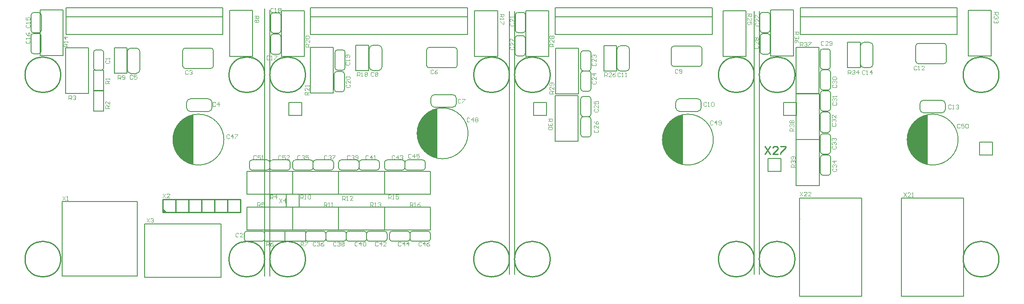
<source format=gbr>
%TF.GenerationSoftware,Altium Limited,Altium Designer,21.6.4 (81)*%
G04 Layer_Color=65535*
%FSLAX45Y45*%
%MOMM*%
%TF.SameCoordinates,E19561C2-E2DB-472D-B720-4EF24A879867*%
%TF.FilePolarity,Positive*%
%TF.FileFunction,Legend,Top*%
%TF.Part,Single*%
G01*
G75*
%TA.AperFunction,NonConductor*%
%ADD33C,0.25400*%
%ADD34C,0.20000*%
%ADD35C,0.10000*%
%ADD51C,0.15000*%
%ADD52C,0.20320*%
G36*
X2705100Y-3953980D02*
X2782100Y-4030980D01*
X2705100D01*
Y-3953980D01*
D02*
G37*
G36*
X3300000Y-2110000D02*
Y-3090000D01*
X3200000Y-3060000D01*
X3100000Y-3000000D01*
X3030000Y-2940000D01*
X2947138Y-2815717D01*
X2924847Y-2766669D01*
X2900000Y-2630000D01*
X2914668Y-2468666D01*
X2930912Y-2411814D01*
X2980000Y-2330000D01*
X3020000Y-2280000D01*
X3060000Y-2230000D01*
X3100000Y-2200000D01*
X3160000Y-2160000D01*
X3230000Y-2130000D01*
X3290000Y-2110000D01*
X3300000D01*
D02*
G37*
G36*
X8088960Y-1986500D02*
Y-2966500D01*
X7988960Y-2936500D01*
X7888960Y-2876500D01*
X7818960Y-2816500D01*
X7736098Y-2692217D01*
X7713807Y-2643169D01*
X7688960Y-2506500D01*
X7703627Y-2345166D01*
X7719872Y-2288314D01*
X7768960Y-2206500D01*
X7808960Y-2156500D01*
X7848960Y-2106500D01*
X7888960Y-2076500D01*
X7948960Y-2036500D01*
X8018960Y-2006500D01*
X8078960Y-1986500D01*
X8088960D01*
D02*
G37*
G36*
X12900000Y-2110000D02*
Y-3090000D01*
X12800000Y-3060000D01*
X12700000Y-3000000D01*
X12630000Y-2940000D01*
X12547138Y-2815717D01*
X12524846Y-2766669D01*
X12500000Y-2630000D01*
X12514667Y-2468666D01*
X12530912Y-2411814D01*
X12580000Y-2330000D01*
X12620000Y-2280000D01*
X12660000Y-2230000D01*
X12700000Y-2200000D01*
X12760000Y-2160000D01*
X12830000Y-2130000D01*
X12889999Y-2110000D01*
X12900000D01*
D02*
G37*
G36*
X17700000D02*
Y-3090000D01*
X17600000Y-3060000D01*
X17500000Y-3000000D01*
X17430000Y-2940000D01*
X17347137Y-2815717D01*
X17324846Y-2766669D01*
X17300000Y-2630000D01*
X17314667Y-2468666D01*
X17330911Y-2411814D01*
X17380000Y-2330000D01*
X17420000Y-2280000D01*
X17460001Y-2230000D01*
X17500000Y-2200000D01*
X17560001Y-2160000D01*
X17630000Y-2130000D01*
X17689999Y-2110000D01*
X17700000D01*
D02*
G37*
D33*
X19100000Y-1325000D02*
G03*
X19100000Y-1325000I-350000J0D01*
G01*
X15100000D02*
G03*
X15100000Y-1325000I-350000J0D01*
G01*
X14300000Y-1325000D02*
G03*
X14300000Y-1325000I-350000J0D01*
G01*
X10300000D02*
G03*
X10300000Y-1325000I-350000J0D01*
G01*
X9500000D02*
G03*
X9500000Y-1325000I-350000J0D01*
G01*
X5500000D02*
G03*
X5500000Y-1325000I-350000J0D01*
G01*
X4700000Y-1325000D02*
G03*
X4700000Y-1325000I-350000J0D01*
G01*
X19100000Y-4950000D02*
G03*
X19100000Y-4950000I-350000J0D01*
G01*
X4700000D02*
G03*
X4700000Y-4950000I-350000J0D01*
G01*
X15100000Y-4950000D02*
G03*
X15100000Y-4950000I-350000J0D01*
G01*
X5500000Y-4950000D02*
G03*
X5500000Y-4950000I-350000J0D01*
G01*
X9500000D02*
G03*
X9500000Y-4950000I-350000J0D01*
G01*
X700000D02*
G03*
X700000Y-4950000I-350000J0D01*
G01*
X14300000D02*
G03*
X14300000Y-4950000I-350000J0D01*
G01*
X10300000D02*
G03*
X10300000Y-4950000I-350000J0D01*
G01*
X700000Y-1325000D02*
G03*
X700000Y-1325000I-350000J0D01*
G01*
X4229100Y-4028980D02*
Y-3778980D01*
X3975100Y-4028980D02*
Y-3778980D01*
X3721100Y-4028980D02*
Y-3778980D01*
X3467100Y-4028980D02*
Y-3778980D01*
X3213100Y-4028980D02*
Y-3778980D01*
X2959100Y-4028980D02*
Y-3778980D01*
X2705100Y-3776980D02*
X4229100D01*
X2705100Y-4030980D02*
X4229098D01*
X2705100D02*
Y-3776980D01*
X14513335Y-2730479D02*
X14614902Y-2882830D01*
Y-2730479D02*
X14513335Y-2882830D01*
X14767253D02*
X14665685D01*
X14767253Y-2781263D01*
Y-2755871D01*
X14741861Y-2730479D01*
X14691077D01*
X14665685Y-2755871D01*
X14818036Y-2730479D02*
X14919603D01*
Y-2755871D01*
X14818036Y-2857438D01*
Y-2882830D01*
D34*
X13500000Y-2600000D02*
G03*
X13500000Y-2600000I-500000J0D01*
G01*
X18300000D02*
G03*
X18300000Y-2600000I-500000J0D01*
G01*
X8688960Y-2476500D02*
G03*
X8688960Y-2476500I-500000J0D01*
G01*
X3900000Y-2600000D02*
G03*
X3900000Y-2600000I-500000J0D01*
G01*
X14572993Y-2970000D02*
X14825993D01*
X14572993Y-3226741D02*
Y-2970000D01*
X14825993Y-3226741D02*
Y-2970000D01*
X14572993Y-3226741D02*
X14825993D01*
X14872993Y-1870000D02*
X15125993D01*
X14872993Y-2126741D02*
Y-1870000D01*
X15125993Y-2126741D02*
Y-1870000D01*
X14872993Y-2126741D02*
X15125993D01*
X18722993Y-2645000D02*
X18975993D01*
X18722993Y-2901741D02*
Y-2645000D01*
X18975993Y-2901741D02*
Y-2645000D01*
X18722993Y-2901741D02*
X18975993D01*
X9972993Y-1870000D02*
X10225993D01*
X9972993Y-2126741D02*
Y-1870000D01*
X10225993Y-2126741D02*
Y-1870000D01*
X9972993Y-2126741D02*
X10225993D01*
X5172993Y-1870000D02*
X5425993D01*
X5172993Y-2126741D02*
Y-1870000D01*
X5425993Y-2126741D02*
Y-1870000D01*
X5172993Y-2126741D02*
X5425993D01*
X2204868Y-5280000D02*
Y-3820000D01*
X729132D02*
X2204868Y-3820000D01*
X729132Y-5280000D02*
Y-3820000D01*
Y-5280000D02*
X2204868D01*
X18410001Y-5680000D02*
Y-3750000D01*
X17189999Y-3750000D02*
X18410001Y-3750000D01*
X17189999Y-3750000D02*
X17189999Y-5680000D01*
X18410001D01*
X16410001D02*
Y-3750000D01*
X15189999Y-3750000D02*
X16410001Y-3750000D01*
X15189999Y-3750000D02*
X15189999Y-5680000D01*
X16410001D01*
X5122993Y-3670000D02*
X5375993D01*
X5122993Y-3926741D02*
Y-3670000D01*
X5375993Y-3926741D02*
Y-3670000D01*
X5122993Y-3926741D02*
X5375993D01*
X14400000Y-5250000D02*
X14400000Y-75000D01*
X14300000Y-5250000D02*
X14300000Y-75000D01*
X9600000D02*
X9600000Y-5250000D01*
X9500000D02*
X9500000Y-75000D01*
X4800000Y-5277940D02*
X4800600Y-50800D01*
X4700001Y-5278120D02*
X4701540Y-20320D01*
X2347530Y-4254570D02*
X2802530D01*
X2347530Y-5304570D02*
X3847530D01*
X2347530D02*
Y-4254570D01*
X2802530D02*
X3847530D01*
Y-5304570D02*
Y-4254570D01*
D35*
X15187180Y-4148340D02*
X15194279Y-4155440D01*
X4808355Y-3764987D02*
Y-3685013D01*
X4848342D01*
X4861671Y-3698342D01*
Y-3725000D01*
X4848342Y-3738329D01*
X4808355D01*
X4835013D02*
X4861671Y-3764987D01*
X4928316D02*
Y-3685013D01*
X4888329Y-3725000D01*
X4941645D01*
X1655427Y-1501116D02*
X1575453D01*
Y-1461129D01*
X1588782Y-1447800D01*
X1615440D01*
X1628769Y-1461129D01*
Y-1501116D01*
Y-1474458D02*
X1655427Y-1447800D01*
Y-1421142D02*
Y-1394484D01*
Y-1407813D01*
X1575453D01*
X1588782Y-1421142D01*
X1591322Y-1046480D02*
X1577993Y-1059809D01*
Y-1086467D01*
X1591322Y-1099796D01*
X1644638D01*
X1657967Y-1086467D01*
Y-1059809D01*
X1644638Y-1046480D01*
X1657967Y-1019822D02*
Y-993164D01*
Y-1006493D01*
X1577993D01*
X1591322Y-1019822D01*
X5021684Y-2923342D02*
X5008355Y-2910013D01*
X4981697D01*
X4968368Y-2923342D01*
Y-2976658D01*
X4981697Y-2989987D01*
X5008355D01*
X5021684Y-2976658D01*
X5101658Y-2910013D02*
X5048342D01*
Y-2950000D01*
X5075000Y-2936671D01*
X5088329D01*
X5101658Y-2950000D01*
Y-2976658D01*
X5088329Y-2989987D01*
X5061671D01*
X5048342Y-2976658D01*
X5181632Y-2989987D02*
X5128316D01*
X5181632Y-2936671D01*
Y-2923342D01*
X5168303Y-2910013D01*
X5141645D01*
X5128316Y-2923342D01*
X4535013D02*
X4521684Y-2910013D01*
X4495026D01*
X4481697Y-2923342D01*
Y-2976658D01*
X4495026Y-2989987D01*
X4521684D01*
X4535013Y-2976658D01*
X4614987Y-2910013D02*
X4561671D01*
Y-2950000D01*
X4588329Y-2936671D01*
X4601658D01*
X4614987Y-2950000D01*
Y-2976658D01*
X4601658Y-2989987D01*
X4575000D01*
X4561671Y-2976658D01*
X4641645Y-2989987D02*
X4668303D01*
X4654974D01*
Y-2910013D01*
X4641645Y-2923342D01*
X18336284Y-2305062D02*
X18322955Y-2291733D01*
X18296297D01*
X18282968Y-2305062D01*
Y-2358378D01*
X18296297Y-2371707D01*
X18322955D01*
X18336284Y-2358378D01*
X18416258Y-2291733D02*
X18362943D01*
Y-2331720D01*
X18389600Y-2318391D01*
X18402930D01*
X18416258Y-2331720D01*
Y-2358378D01*
X18402930Y-2371707D01*
X18376271D01*
X18362943Y-2358378D01*
X18442915Y-2305062D02*
X18456245Y-2291733D01*
X18482903D01*
X18496233Y-2305062D01*
Y-2358378D01*
X18482903Y-2371707D01*
X18456245D01*
X18442915Y-2358378D01*
Y-2305062D01*
X13492784Y-2240602D02*
X13479456Y-2227273D01*
X13452797D01*
X13439468Y-2240602D01*
Y-2293918D01*
X13452797Y-2307247D01*
X13479456D01*
X13492784Y-2293918D01*
X13559428Y-2307247D02*
Y-2227273D01*
X13519443Y-2267260D01*
X13572758D01*
X13599416Y-2293918D02*
X13612746Y-2307247D01*
X13639403D01*
X13652731Y-2293918D01*
Y-2240602D01*
X13639403Y-2227273D01*
X13612746D01*
X13599416Y-2240602D01*
Y-2253931D01*
X13612746Y-2267260D01*
X13652731D01*
X8719844Y-2180602D02*
X8706515Y-2167273D01*
X8679857D01*
X8666528Y-2180602D01*
Y-2233918D01*
X8679857Y-2247247D01*
X8706515D01*
X8719844Y-2233918D01*
X8786489Y-2247247D02*
Y-2167273D01*
X8746502Y-2207260D01*
X8799818D01*
X8826476Y-2180602D02*
X8839805Y-2167273D01*
X8866463D01*
X8879792Y-2180602D01*
Y-2193931D01*
X8866463Y-2207260D01*
X8879792Y-2220589D01*
Y-2233918D01*
X8866463Y-2247247D01*
X8839805D01*
X8826476Y-2233918D01*
Y-2220589D01*
X8839805Y-2207260D01*
X8826476Y-2193931D01*
Y-2180602D01*
X8839805Y-2207260D02*
X8866463D01*
X4008144Y-2513342D02*
X3994815Y-2500013D01*
X3968157D01*
X3954828Y-2513342D01*
Y-2566658D01*
X3968157Y-2579987D01*
X3994815D01*
X4008144Y-2566658D01*
X4074789Y-2579987D02*
Y-2500013D01*
X4034802Y-2540000D01*
X4088118D01*
X4114776Y-2500013D02*
X4168092D01*
Y-2513342D01*
X4114776Y-2566658D01*
Y-2579987D01*
X7771684Y-4623342D02*
X7758355Y-4610013D01*
X7731697D01*
X7718368Y-4623342D01*
Y-4676658D01*
X7731697Y-4689987D01*
X7758355D01*
X7771684Y-4676658D01*
X7838329Y-4689987D02*
Y-4610013D01*
X7798342Y-4650000D01*
X7851658D01*
X7931632Y-4610013D02*
X7904974Y-4623342D01*
X7878316Y-4650000D01*
Y-4676658D01*
X7891645Y-4689987D01*
X7918303D01*
X7931632Y-4676658D01*
Y-4663329D01*
X7918303Y-4650000D01*
X7878316D01*
X7571684Y-2898342D02*
X7558355Y-2885013D01*
X7531697D01*
X7518368Y-2898342D01*
Y-2951658D01*
X7531697Y-2964987D01*
X7558355D01*
X7571684Y-2951658D01*
X7638329Y-2964987D02*
Y-2885013D01*
X7598342Y-2925000D01*
X7651658D01*
X7731632Y-2885013D02*
X7678316D01*
Y-2925000D01*
X7704974Y-2911671D01*
X7718303D01*
X7731632Y-2925000D01*
Y-2951658D01*
X7718303Y-2964987D01*
X7691645D01*
X7678316Y-2951658D01*
X7371684Y-4623342D02*
X7358355Y-4610013D01*
X7331697D01*
X7318368Y-4623342D01*
Y-4676658D01*
X7331697Y-4689987D01*
X7358355D01*
X7371684Y-4676658D01*
X7438329Y-4689987D02*
Y-4610013D01*
X7398342Y-4650000D01*
X7451658D01*
X7518303Y-4689987D02*
Y-4610013D01*
X7478316Y-4650000D01*
X7531632D01*
X7246684Y-2923342D02*
X7233355Y-2910013D01*
X7206697D01*
X7193368Y-2923342D01*
Y-2976658D01*
X7206697Y-2989987D01*
X7233355D01*
X7246684Y-2976658D01*
X7313329Y-2989987D02*
Y-2910013D01*
X7273342Y-2950000D01*
X7326658D01*
X7353316Y-2923342D02*
X7366645Y-2910013D01*
X7393303D01*
X7406632Y-2923342D01*
Y-2936671D01*
X7393303Y-2950000D01*
X7379974D01*
X7393303D01*
X7406632Y-2963329D01*
Y-2976658D01*
X7393303Y-2989987D01*
X7366645D01*
X7353316Y-2976658D01*
X6921684Y-4623342D02*
X6908355Y-4610013D01*
X6881697D01*
X6868368Y-4623342D01*
Y-4676658D01*
X6881697Y-4689987D01*
X6908355D01*
X6921684Y-4676658D01*
X6988329Y-4689987D02*
Y-4610013D01*
X6948342Y-4650000D01*
X7001658D01*
X7081632Y-4689987D02*
X7028316D01*
X7081632Y-4636671D01*
Y-4623342D01*
X7068303Y-4610013D01*
X7041645D01*
X7028316Y-4623342D01*
X6735013Y-2923342D02*
X6721684Y-2910013D01*
X6695026D01*
X6681697Y-2923342D01*
Y-2976658D01*
X6695026Y-2989987D01*
X6721684D01*
X6735013Y-2976658D01*
X6801658Y-2989987D02*
Y-2910013D01*
X6761671Y-2950000D01*
X6814987D01*
X6841645Y-2989987D02*
X6868303D01*
X6854974D01*
Y-2910013D01*
X6841645Y-2923342D01*
X6521684Y-4623342D02*
X6508355Y-4610013D01*
X6481697D01*
X6468368Y-4623342D01*
Y-4676658D01*
X6481697Y-4689987D01*
X6508355D01*
X6521684Y-4676658D01*
X6588329Y-4689987D02*
Y-4610013D01*
X6548342Y-4650000D01*
X6601658D01*
X6628316Y-4623342D02*
X6641645Y-4610013D01*
X6668303D01*
X6681632Y-4623342D01*
Y-4676658D01*
X6668303Y-4689987D01*
X6641645D01*
X6628316Y-4676658D01*
Y-4623342D01*
X6371683Y-2923342D02*
X6358355Y-2910013D01*
X6331697D01*
X6318367Y-2923342D01*
Y-2976658D01*
X6331697Y-2989987D01*
X6358355D01*
X6371683Y-2976658D01*
X6398342Y-2923342D02*
X6411671Y-2910013D01*
X6438329D01*
X6451658Y-2923342D01*
Y-2936671D01*
X6438329Y-2950000D01*
X6425000D01*
X6438329D01*
X6451658Y-2963329D01*
Y-2976658D01*
X6438329Y-2989987D01*
X6411671D01*
X6398342Y-2976658D01*
X6478316D02*
X6491645Y-2989987D01*
X6518303D01*
X6531632Y-2976658D01*
Y-2923342D01*
X6518303Y-2910013D01*
X6491645D01*
X6478316Y-2923342D01*
Y-2936671D01*
X6491645Y-2950000D01*
X6531632D01*
X6096684Y-4623342D02*
X6083355Y-4610013D01*
X6056697D01*
X6043368Y-4623342D01*
Y-4676658D01*
X6056697Y-4689987D01*
X6083355D01*
X6096684Y-4676658D01*
X6123342Y-4623342D02*
X6136671Y-4610013D01*
X6163329D01*
X6176658Y-4623342D01*
Y-4636671D01*
X6163329Y-4650000D01*
X6150000D01*
X6163329D01*
X6176658Y-4663329D01*
Y-4676658D01*
X6163329Y-4689987D01*
X6136671D01*
X6123342Y-4676658D01*
X6203316Y-4623342D02*
X6216645Y-4610013D01*
X6243303D01*
X6256632Y-4623342D01*
Y-4636671D01*
X6243303Y-4650000D01*
X6256632Y-4663329D01*
Y-4676658D01*
X6243303Y-4689987D01*
X6216645D01*
X6203316Y-4676658D01*
Y-4663329D01*
X6216645Y-4650000D01*
X6203316Y-4636671D01*
Y-4623342D01*
X6216645Y-4650000D02*
X6243303D01*
X5921684Y-2923342D02*
X5908355Y-2910013D01*
X5881697D01*
X5868368Y-2923342D01*
Y-2976658D01*
X5881697Y-2989987D01*
X5908355D01*
X5921684Y-2976658D01*
X5948342Y-2923342D02*
X5961671Y-2910013D01*
X5988329D01*
X6001658Y-2923342D01*
Y-2936671D01*
X5988329Y-2950000D01*
X5975000D01*
X5988329D01*
X6001658Y-2963329D01*
Y-2976658D01*
X5988329Y-2989987D01*
X5961671D01*
X5948342Y-2976658D01*
X6028316Y-2910013D02*
X6081632D01*
Y-2923342D01*
X6028316Y-2976658D01*
Y-2989987D01*
X5696684Y-4623342D02*
X5683355Y-4610013D01*
X5656697D01*
X5643368Y-4623342D01*
Y-4676658D01*
X5656697Y-4689987D01*
X5683355D01*
X5696684Y-4676658D01*
X5723342Y-4623342D02*
X5736671Y-4610013D01*
X5763329D01*
X5776658Y-4623342D01*
Y-4636671D01*
X5763329Y-4650000D01*
X5750000D01*
X5763329D01*
X5776658Y-4663329D01*
Y-4676658D01*
X5763329Y-4689987D01*
X5736671D01*
X5723342Y-4676658D01*
X5856632Y-4610013D02*
X5829974Y-4623342D01*
X5803316Y-4650000D01*
Y-4676658D01*
X5816645Y-4689987D01*
X5843303D01*
X5856632Y-4676658D01*
Y-4663329D01*
X5843303Y-4650000D01*
X5803316D01*
X5396684Y-2923342D02*
X5383355Y-2910013D01*
X5356697D01*
X5343368Y-2923342D01*
Y-2976658D01*
X5356697Y-2989987D01*
X5383355D01*
X5396684Y-2976658D01*
X5423342Y-2923342D02*
X5436671Y-2910013D01*
X5463329D01*
X5476658Y-2923342D01*
Y-2936671D01*
X5463329Y-2950000D01*
X5450000D01*
X5463329D01*
X5476658Y-2963329D01*
Y-2976658D01*
X5463329Y-2989987D01*
X5436671D01*
X5423342Y-2976658D01*
X5556632Y-2910013D02*
X5503316D01*
Y-2950000D01*
X5529974Y-2936671D01*
X5543303D01*
X5556632Y-2950000D01*
Y-2976658D01*
X5543303Y-2989987D01*
X5516645D01*
X5503316Y-2976658D01*
X15848341Y-3169896D02*
X15835013Y-3183225D01*
Y-3209883D01*
X15848341Y-3223212D01*
X15901659D01*
X15914987Y-3209883D01*
Y-3183225D01*
X15901659Y-3169896D01*
X15848341Y-3143238D02*
X15835013Y-3129909D01*
Y-3103251D01*
X15848341Y-3089922D01*
X15861671D01*
X15875000Y-3103251D01*
Y-3116580D01*
Y-3103251D01*
X15888329Y-3089922D01*
X15901659D01*
X15914987Y-3103251D01*
Y-3129909D01*
X15901659Y-3143238D01*
X15914987Y-3023277D02*
X15835013D01*
X15875000Y-3063264D01*
Y-3009948D01*
X15838182Y-2730476D02*
X15824854Y-2743805D01*
Y-2770463D01*
X15838182Y-2783792D01*
X15891498D01*
X15904826Y-2770463D01*
Y-2743805D01*
X15891498Y-2730476D01*
X15838182Y-2703818D02*
X15824854Y-2690489D01*
Y-2663831D01*
X15838182Y-2650502D01*
X15851511D01*
X15864841Y-2663831D01*
Y-2677160D01*
Y-2663831D01*
X15878169Y-2650502D01*
X15891498D01*
X15904826Y-2663831D01*
Y-2690489D01*
X15891498Y-2703818D01*
X15838182Y-2623844D02*
X15824854Y-2610515D01*
Y-2583857D01*
X15838182Y-2570528D01*
X15851511D01*
X15864841Y-2583857D01*
Y-2597186D01*
Y-2583857D01*
X15878169Y-2570528D01*
X15891498D01*
X15904826Y-2583857D01*
Y-2610515D01*
X15891498Y-2623844D01*
X15835641Y-2278356D02*
X15822313Y-2291685D01*
Y-2318343D01*
X15835641Y-2331672D01*
X15888959D01*
X15902287Y-2318343D01*
Y-2291685D01*
X15888959Y-2278356D01*
X15835641Y-2251698D02*
X15822313Y-2238369D01*
Y-2211711D01*
X15835641Y-2198382D01*
X15848972D01*
X15862300Y-2211711D01*
Y-2225040D01*
Y-2211711D01*
X15875629Y-2198382D01*
X15888959D01*
X15902287Y-2211711D01*
Y-2238369D01*
X15888959Y-2251698D01*
X15902287Y-2118408D02*
Y-2171724D01*
X15848972Y-2118408D01*
X15835641D01*
X15822313Y-2131737D01*
Y-2158395D01*
X15835641Y-2171724D01*
X15848341Y-1868787D02*
X15835013Y-1882116D01*
Y-1908774D01*
X15848341Y-1922103D01*
X15901659D01*
X15914987Y-1908774D01*
Y-1882116D01*
X15901659Y-1868787D01*
X15848341Y-1842129D02*
X15835013Y-1828800D01*
Y-1802142D01*
X15848341Y-1788813D01*
X15861671D01*
X15875000Y-1802142D01*
Y-1815471D01*
Y-1802142D01*
X15888329Y-1788813D01*
X15901659D01*
X15914987Y-1802142D01*
Y-1828800D01*
X15901659Y-1842129D01*
X15914987Y-1762155D02*
Y-1735497D01*
Y-1748826D01*
X15835013D01*
X15848341Y-1762155D01*
Y-1521436D02*
X15835013Y-1534765D01*
Y-1561423D01*
X15848341Y-1574752D01*
X15901659D01*
X15914987Y-1561423D01*
Y-1534765D01*
X15901659Y-1521436D01*
X15848341Y-1494778D02*
X15835013Y-1481449D01*
Y-1454791D01*
X15848341Y-1441462D01*
X15861671D01*
X15875000Y-1454791D01*
Y-1468120D01*
Y-1454791D01*
X15888329Y-1441462D01*
X15901659D01*
X15914987Y-1454791D01*
Y-1481449D01*
X15901659Y-1494778D01*
X15848341Y-1414804D02*
X15835013Y-1401475D01*
Y-1374817D01*
X15848341Y-1361488D01*
X15901659D01*
X15914987Y-1374817D01*
Y-1401475D01*
X15901659Y-1414804D01*
X15848341D01*
X15666743Y-679462D02*
X15653415Y-666133D01*
X15626756D01*
X15613428Y-679462D01*
Y-732778D01*
X15626756Y-746107D01*
X15653415D01*
X15666743Y-732778D01*
X15746718Y-746107D02*
X15693402D01*
X15746718Y-692791D01*
Y-679462D01*
X15733389Y-666133D01*
X15706731D01*
X15693402Y-679462D01*
X15773376Y-732778D02*
X15786705Y-746107D01*
X15813364D01*
X15826692Y-732778D01*
Y-679462D01*
X15813364Y-666133D01*
X15786705D01*
X15773376Y-679462D01*
Y-692791D01*
X15786705Y-706120D01*
X15826692D01*
X14314182Y-751816D02*
X14300853Y-765145D01*
Y-791803D01*
X14314182Y-805132D01*
X14367497D01*
X14380827Y-791803D01*
Y-765145D01*
X14367497Y-751816D01*
X14380827Y-671842D02*
Y-725158D01*
X14327512Y-671842D01*
X14314182D01*
X14300853Y-685171D01*
Y-711829D01*
X14314182Y-725158D01*
Y-645184D02*
X14300853Y-631854D01*
Y-605196D01*
X14314182Y-591867D01*
X14327512D01*
X14340839Y-605196D01*
X14354169Y-591867D01*
X14367497D01*
X14380827Y-605196D01*
Y-631854D01*
X14367497Y-645184D01*
X14354169D01*
X14340839Y-631854D01*
X14327512Y-645184D01*
X14314182D01*
X14340839Y-631854D02*
Y-605196D01*
X14334502Y-309856D02*
X14321173Y-323185D01*
Y-349843D01*
X14334502Y-363172D01*
X14387817D01*
X14401147Y-349843D01*
Y-323185D01*
X14387817Y-309856D01*
X14401147Y-229882D02*
Y-283198D01*
X14347832Y-229882D01*
X14334502D01*
X14321173Y-243211D01*
Y-269869D01*
X14334502Y-283198D01*
X14321173Y-203224D02*
Y-149908D01*
X14334502D01*
X14387817Y-203224D01*
X14401147D01*
X11173341Y-2403316D02*
X11160012Y-2416645D01*
Y-2443303D01*
X11173341Y-2456632D01*
X11226658D01*
X11239987Y-2443303D01*
Y-2416645D01*
X11226658Y-2403316D01*
X11239987Y-2323342D02*
Y-2376658D01*
X11186671Y-2323342D01*
X11173341D01*
X11160012Y-2336671D01*
Y-2363329D01*
X11173341Y-2376658D01*
X11160012Y-2243368D02*
X11173341Y-2270026D01*
X11199999Y-2296684D01*
X11226658D01*
X11239987Y-2283355D01*
Y-2256697D01*
X11226658Y-2243368D01*
X11213329D01*
X11199999Y-2256697D01*
Y-2296684D01*
X11173341Y-2003316D02*
X11160012Y-2016645D01*
Y-2043303D01*
X11173341Y-2056632D01*
X11226658D01*
X11239987Y-2043303D01*
Y-2016645D01*
X11226658Y-2003316D01*
X11239987Y-1923342D02*
Y-1976658D01*
X11186671Y-1923342D01*
X11173341D01*
X11160012Y-1936670D01*
Y-1963329D01*
X11173341Y-1976658D01*
X11160012Y-1843367D02*
Y-1896684D01*
X11199999D01*
X11186671Y-1870025D01*
Y-1856696D01*
X11199999Y-1843367D01*
X11226658D01*
X11239987Y-1856696D01*
Y-1883354D01*
X11226658Y-1896684D01*
X11131561Y-1450316D02*
X11118233Y-1463645D01*
Y-1490303D01*
X11131561Y-1503632D01*
X11184878D01*
X11198207Y-1490303D01*
Y-1463645D01*
X11184878Y-1450316D01*
X11198207Y-1370342D02*
Y-1423658D01*
X11144891Y-1370342D01*
X11131561D01*
X11118233Y-1383671D01*
Y-1410329D01*
X11131561Y-1423658D01*
X11198207Y-1303696D02*
X11118233D01*
X11158219Y-1343684D01*
Y-1290367D01*
X11131562Y-1092176D02*
X11118233Y-1105505D01*
Y-1132163D01*
X11131562Y-1145492D01*
X11184878D01*
X11198207Y-1132163D01*
Y-1105505D01*
X11184878Y-1092176D01*
X11198207Y-1012202D02*
Y-1065518D01*
X11144891Y-1012202D01*
X11131562D01*
X11118233Y-1025531D01*
Y-1052189D01*
X11131562Y-1065518D01*
Y-985544D02*
X11118233Y-972215D01*
Y-945557D01*
X11131562Y-932228D01*
X11144891D01*
X11158220Y-945557D01*
Y-958886D01*
Y-945557D01*
X11171549Y-932228D01*
X11184878D01*
X11198207Y-945557D01*
Y-972215D01*
X11184878Y-985544D01*
X9523742Y-774676D02*
X9510413Y-788005D01*
Y-814663D01*
X9523742Y-827992D01*
X9577058D01*
X9590387Y-814663D01*
Y-788005D01*
X9577058Y-774676D01*
X9590387Y-694702D02*
Y-748018D01*
X9537071Y-694702D01*
X9523742D01*
X9510413Y-708031D01*
Y-734689D01*
X9523742Y-748018D01*
X9590387Y-614728D02*
Y-668044D01*
X9537071Y-614728D01*
X9523742D01*
X9510413Y-628057D01*
Y-654715D01*
X9523742Y-668044D01*
Y-306687D02*
X9510413Y-320016D01*
Y-346674D01*
X9523742Y-360003D01*
X9577058D01*
X9590387Y-346674D01*
Y-320016D01*
X9577058Y-306687D01*
X9590387Y-226713D02*
Y-280029D01*
X9537071Y-226713D01*
X9523742D01*
X9510413Y-240042D01*
Y-266700D01*
X9523742Y-280029D01*
X9590387Y-200055D02*
Y-173397D01*
Y-186726D01*
X9510413D01*
X9523742Y-200055D01*
X6305562Y-1518896D02*
X6292233Y-1532225D01*
Y-1558883D01*
X6305562Y-1572212D01*
X6358878D01*
X6372207Y-1558883D01*
Y-1532225D01*
X6358878Y-1518896D01*
X6372207Y-1438922D02*
Y-1492238D01*
X6318891Y-1438922D01*
X6305562D01*
X6292233Y-1452251D01*
Y-1478909D01*
X6305562Y-1492238D01*
Y-1412264D02*
X6292233Y-1398935D01*
Y-1372277D01*
X6305562Y-1358948D01*
X6358878D01*
X6372207Y-1372277D01*
Y-1398935D01*
X6358878Y-1412264D01*
X6305562D01*
X6300482Y-1077892D02*
X6287153Y-1091221D01*
Y-1117879D01*
X6300482Y-1131208D01*
X6353798D01*
X6367127Y-1117879D01*
Y-1091221D01*
X6353798Y-1077892D01*
X6367127Y-1051234D02*
Y-1024576D01*
Y-1037904D01*
X6287153D01*
X6300482Y-1051234D01*
X6353798Y-984588D02*
X6367127Y-971259D01*
Y-944601D01*
X6353798Y-931272D01*
X6300482D01*
X6287153Y-944601D01*
Y-971259D01*
X6300482Y-984588D01*
X6313811D01*
X6327140Y-971259D01*
Y-931272D01*
X4870788Y-26682D02*
X4857459Y-13353D01*
X4830801D01*
X4817472Y-26682D01*
Y-79998D01*
X4830801Y-93327D01*
X4857459D01*
X4870788Y-79998D01*
X4897446Y-93327D02*
X4924104D01*
X4910776D01*
Y-13353D01*
X4897446Y-26682D01*
X4964092D02*
X4977421Y-13353D01*
X5004079D01*
X5017408Y-26682D01*
Y-40011D01*
X5004079Y-53340D01*
X5017408Y-66669D01*
Y-79998D01*
X5004079Y-93327D01*
X4977421D01*
X4964092Y-79998D01*
Y-66669D01*
X4977421Y-53340D01*
X4964092Y-40011D01*
Y-26682D01*
X4977421Y-53340D02*
X5004079D01*
X4792048Y-963942D02*
X4778719Y-950613D01*
X4752061D01*
X4738732Y-963942D01*
Y-1017258D01*
X4752061Y-1030587D01*
X4778719D01*
X4792048Y-1017258D01*
X4818706Y-1030587D02*
X4845364D01*
X4832036D01*
Y-950613D01*
X4818706Y-963942D01*
X4885352Y-950613D02*
X4938668D01*
Y-963942D01*
X4885352Y-1017258D01*
Y-1030587D01*
X29222Y-648632D02*
X15893Y-661961D01*
Y-688619D01*
X29222Y-701948D01*
X82538D01*
X95867Y-688619D01*
Y-661961D01*
X82538Y-648632D01*
X95867Y-621974D02*
Y-595316D01*
Y-608644D01*
X15893D01*
X29222Y-621974D01*
X15893Y-502012D02*
X29222Y-528670D01*
X55880Y-555328D01*
X82538D01*
X95867Y-541999D01*
Y-515341D01*
X82538Y-502012D01*
X69209D01*
X55880Y-515341D01*
Y-555328D01*
X31762Y-341292D02*
X18433Y-354621D01*
Y-381279D01*
X31762Y-394608D01*
X85078D01*
X98407Y-381279D01*
Y-354621D01*
X85078Y-341292D01*
X98407Y-314634D02*
Y-287976D01*
Y-301304D01*
X18433D01*
X31762Y-314634D01*
X18433Y-194672D02*
Y-247988D01*
X58420D01*
X45091Y-221330D01*
Y-208001D01*
X58420Y-194672D01*
X85078D01*
X98407Y-208001D01*
Y-234659D01*
X85078Y-247988D01*
X17488667Y-1163762D02*
X17475339Y-1150433D01*
X17448682D01*
X17435352Y-1163762D01*
Y-1217078D01*
X17448682Y-1230407D01*
X17475339D01*
X17488667Y-1217078D01*
X17515326Y-1230407D02*
X17541985D01*
X17528654D01*
Y-1150433D01*
X17515326Y-1163762D01*
X17635287Y-1230407D02*
X17581972D01*
X17635287Y-1177091D01*
Y-1163762D01*
X17621959Y-1150433D01*
X17595300D01*
X17581972Y-1163762D01*
X12800970Y-1228102D02*
X12787642Y-1214773D01*
X12760984D01*
X12747655Y-1228102D01*
Y-1281418D01*
X12760984Y-1294747D01*
X12787642D01*
X12800970Y-1281418D01*
X12827629D02*
X12840958Y-1294747D01*
X12867616D01*
X12880945Y-1281418D01*
Y-1228102D01*
X12867616Y-1214773D01*
X12840958D01*
X12827629Y-1228102D01*
Y-1241431D01*
X12840958Y-1254760D01*
X12880945D01*
X8007991Y-1238262D02*
X7994662Y-1224933D01*
X7968004D01*
X7954675Y-1238262D01*
Y-1291578D01*
X7968004Y-1304907D01*
X7994662D01*
X8007991Y-1291578D01*
X8087965Y-1224933D02*
X8061307Y-1238262D01*
X8034649Y-1264920D01*
Y-1291578D01*
X8047978Y-1304907D01*
X8074636D01*
X8087965Y-1291578D01*
Y-1278249D01*
X8074636Y-1264920D01*
X8034649D01*
X3197231Y-1248422D02*
X3183902Y-1235093D01*
X3157244D01*
X3143915Y-1248422D01*
Y-1301738D01*
X3157244Y-1315067D01*
X3183902D01*
X3197231Y-1301738D01*
X3223889Y-1248422D02*
X3237218Y-1235093D01*
X3263876D01*
X3277205Y-1248422D01*
Y-1261751D01*
X3263876Y-1275080D01*
X3250547D01*
X3263876D01*
X3277205Y-1288409D01*
Y-1301738D01*
X3263876Y-1315067D01*
X3237218D01*
X3223889Y-1301738D01*
X8544191Y-1814842D02*
X8530862Y-1801513D01*
X8504204D01*
X8490875Y-1814842D01*
Y-1868158D01*
X8504204Y-1881487D01*
X8530862D01*
X8544191Y-1868158D01*
X8570849Y-1801513D02*
X8624165D01*
Y-1814842D01*
X8570849Y-1868158D01*
Y-1881487D01*
X3735711Y-1878342D02*
X3722382Y-1865013D01*
X3695724D01*
X3682395Y-1878342D01*
Y-1931658D01*
X3695724Y-1944987D01*
X3722382D01*
X3735711Y-1931658D01*
X3802356Y-1944987D02*
Y-1865013D01*
X3762369Y-1905000D01*
X3815685D01*
X13364548Y-1875802D02*
X13351219Y-1862473D01*
X13324561D01*
X13311232Y-1875802D01*
Y-1929118D01*
X13324561Y-1942447D01*
X13351219D01*
X13364548Y-1929118D01*
X13391206Y-1942447D02*
X13417863D01*
X13404536D01*
Y-1862473D01*
X13391206Y-1875802D01*
X13457852D02*
X13471181Y-1862473D01*
X13497839D01*
X13511168Y-1875802D01*
Y-1929118D01*
X13497839Y-1942447D01*
X13471181D01*
X13457852Y-1929118D01*
Y-1875802D01*
X18162608Y-1929142D02*
X18149278Y-1915813D01*
X18122621D01*
X18109293Y-1929142D01*
Y-1982458D01*
X18122621Y-1995787D01*
X18149278D01*
X18162608Y-1982458D01*
X18189265Y-1995787D02*
X18215924D01*
X18202596D01*
Y-1915813D01*
X18189265Y-1929142D01*
X18255911D02*
X18269241Y-1915813D01*
X18295898D01*
X18309229Y-1929142D01*
Y-1942471D01*
X18295898Y-1955800D01*
X18282570D01*
X18295898D01*
X18309229Y-1969129D01*
Y-1982458D01*
X18295898Y-1995787D01*
X18269241D01*
X18255911Y-1982458D01*
X5567027Y-1716363D02*
X5487053D01*
Y-1676376D01*
X5500382Y-1663047D01*
X5527040D01*
X5540369Y-1676376D01*
Y-1716363D01*
Y-1689705D02*
X5567027Y-1663047D01*
Y-1583073D02*
Y-1636389D01*
X5513711Y-1583073D01*
X5500382D01*
X5487053Y-1596402D01*
Y-1623060D01*
X5500382Y-1636389D01*
X5567027Y-1556415D02*
Y-1529757D01*
Y-1543086D01*
X5487053D01*
X5500382Y-1556415D01*
X5579727Y-774652D02*
X5499753D01*
Y-734665D01*
X5513082Y-721336D01*
X5539740D01*
X5553069Y-734665D01*
Y-774652D01*
Y-747994D02*
X5579727Y-721336D01*
Y-641362D02*
Y-694678D01*
X5526411Y-641362D01*
X5513082D01*
X5499753Y-654691D01*
Y-681349D01*
X5513082Y-694678D01*
Y-614704D02*
X5499753Y-601375D01*
Y-574717D01*
X5513082Y-561388D01*
X5566398D01*
X5579727Y-574717D01*
Y-601375D01*
X5566398Y-614704D01*
X5513082D01*
X7550032Y-3914987D02*
Y-3835013D01*
X7590019D01*
X7603348Y-3848342D01*
Y-3875000D01*
X7590019Y-3888329D01*
X7550032D01*
X7576690D02*
X7603348Y-3914987D01*
X7630006D02*
X7656664D01*
X7643335D01*
Y-3835013D01*
X7630006Y-3848342D01*
X7749968Y-3835013D02*
X7723310Y-3848342D01*
X7696652Y-3875000D01*
Y-3901658D01*
X7709981Y-3914987D01*
X7736639D01*
X7749968Y-3901658D01*
Y-3888329D01*
X7736639Y-3875000D01*
X7696652D01*
X2110111Y-1342402D02*
X2096782Y-1329073D01*
X2070124D01*
X2056795Y-1342402D01*
Y-1395718D01*
X2070124Y-1409047D01*
X2096782D01*
X2110111Y-1395718D01*
X2190085Y-1329073D02*
X2136769D01*
Y-1369060D01*
X2163427Y-1355731D01*
X2176756D01*
X2190085Y-1369060D01*
Y-1395718D01*
X2176756Y-1409047D01*
X2150098D01*
X2136769Y-1395718D01*
X17232037Y-3643013D02*
X17285353Y-3722987D01*
Y-3643013D02*
X17232037Y-3722987D01*
X17365327D02*
X17312012D01*
X17365327Y-3669671D01*
Y-3656342D01*
X17351997Y-3643013D01*
X17325340D01*
X17312012Y-3656342D01*
X17391985Y-3722987D02*
X17418643D01*
X17405315D01*
Y-3643013D01*
X17391985Y-3656342D01*
X10370167Y-769572D02*
X10290193D01*
Y-729585D01*
X10303522Y-716256D01*
X10330180D01*
X10343509Y-729585D01*
Y-769572D01*
Y-742914D02*
X10370167Y-716256D01*
Y-636282D02*
Y-689598D01*
X10316851Y-636282D01*
X10303522D01*
X10290193Y-649611D01*
Y-676269D01*
X10303522Y-689598D01*
Y-609624D02*
X10290193Y-596295D01*
Y-569637D01*
X10303522Y-556308D01*
X10316851D01*
X10330180Y-569637D01*
X10343509Y-556308D01*
X10356838D01*
X10370167Y-569637D01*
Y-596295D01*
X10356838Y-609624D01*
X10343509D01*
X10330180Y-596295D01*
X10316851Y-609624D01*
X10303522D01*
X10330180Y-596295D02*
Y-569637D01*
X2384455Y-4143393D02*
X2437771Y-4223367D01*
Y-4143393D02*
X2384455Y-4223367D01*
X2464429Y-4156722D02*
X2477758Y-4143393D01*
X2504416D01*
X2517745Y-4156722D01*
Y-4170051D01*
X2504416Y-4183380D01*
X2491087D01*
X2504416D01*
X2517745Y-4196709D01*
Y-4210038D01*
X2504416Y-4223367D01*
X2477758D01*
X2464429Y-4210038D01*
X2699415Y-3660793D02*
X2752731Y-3740767D01*
Y-3660793D02*
X2699415Y-3740767D01*
X2832705D02*
X2779389D01*
X2832705Y-3687451D01*
Y-3674122D01*
X2819376Y-3660793D01*
X2792718D01*
X2779389Y-3674122D01*
X736624Y-3714133D02*
X789940Y-3794107D01*
Y-3714133D02*
X736624Y-3794107D01*
X816598D02*
X843256D01*
X829927D01*
Y-3714133D01*
X816598Y-3727462D01*
X10260013Y-2193368D02*
X10339987D01*
Y-2233355D01*
X10326658Y-2246684D01*
X10300000D01*
X10286671Y-2233355D01*
Y-2193368D01*
Y-2220026D02*
X10260013Y-2246684D01*
X10326658Y-2273342D02*
X10339987Y-2286671D01*
Y-2313329D01*
X10326658Y-2326658D01*
X10313329D01*
X10300000Y-2313329D01*
Y-2300000D01*
Y-2313329D01*
X10286671Y-2326658D01*
X10273342D01*
X10260013Y-2313329D01*
Y-2286671D01*
X10273342Y-2273342D01*
X10326658Y-2353316D02*
X10339987Y-2366645D01*
Y-2393303D01*
X10326658Y-2406632D01*
X10273342D01*
X10260013Y-2393303D01*
Y-2366645D01*
X10273342Y-2353316D01*
X10326658D01*
X10367627Y-1696672D02*
X10287653D01*
Y-1656685D01*
X10300982Y-1643356D01*
X10327640D01*
X10340969Y-1656685D01*
Y-1696672D01*
Y-1670014D02*
X10367627Y-1643356D01*
Y-1563382D02*
Y-1616698D01*
X10314311Y-1563382D01*
X10300982D01*
X10287653Y-1576711D01*
Y-1603369D01*
X10300982Y-1616698D01*
X10354298Y-1536724D02*
X10367627Y-1523395D01*
Y-1496737D01*
X10354298Y-1483408D01*
X10300982D01*
X10287653Y-1496737D01*
Y-1523395D01*
X10300982Y-1536724D01*
X10314311D01*
X10327640Y-1523395D01*
Y-1483408D01*
X11366548Y-1360787D02*
Y-1280813D01*
X11406535D01*
X11419864Y-1294142D01*
Y-1320800D01*
X11406535Y-1334129D01*
X11366548D01*
X11393206D02*
X11419864Y-1360787D01*
X11499838D02*
X11446522D01*
X11499838Y-1307471D01*
Y-1294142D01*
X11486509Y-1280813D01*
X11459851D01*
X11446522Y-1294142D01*
X11579812Y-1280813D02*
X11553154Y-1294142D01*
X11526496Y-1320800D01*
Y-1347458D01*
X11539825Y-1360787D01*
X11566483D01*
X11579812Y-1347458D01*
Y-1334129D01*
X11566483Y-1320800D01*
X11526496D01*
X15196867Y-3627773D02*
X15250185Y-3707747D01*
Y-3627773D02*
X15196867Y-3707747D01*
X15330157D02*
X15276842D01*
X15330157Y-3654431D01*
Y-3641102D01*
X15316829Y-3627773D01*
X15290170D01*
X15276842Y-3641102D01*
X15410132Y-3707747D02*
X15356816D01*
X15410132Y-3654431D01*
Y-3641102D01*
X15396803Y-3627773D01*
X15370145D01*
X15356816Y-3641102D01*
X4983355Y-3760013D02*
X5036671Y-3839987D01*
Y-3760013D02*
X4983355Y-3839987D01*
X5103316D02*
Y-3760013D01*
X5063329Y-3800000D01*
X5116645D01*
X4186671Y-4448342D02*
X4173342Y-4435013D01*
X4146684D01*
X4133355Y-4448342D01*
Y-4501658D01*
X4146684Y-4514987D01*
X4173342D01*
X4186671Y-4501658D01*
X4266645Y-4514987D02*
X4213329D01*
X4266645Y-4461671D01*
Y-4448342D01*
X4253316Y-4435013D01*
X4226658D01*
X4213329Y-4448342D01*
X6514192Y-1353167D02*
Y-1273193D01*
X6554179D01*
X6567508Y-1286522D01*
Y-1313180D01*
X6554179Y-1326509D01*
X6514192D01*
X6540850D02*
X6567508Y-1353167D01*
X6594166D02*
X6620824D01*
X6607496D01*
Y-1273193D01*
X6594166Y-1286522D01*
X6660812D02*
X6674141Y-1273193D01*
X6700799D01*
X6714128Y-1286522D01*
Y-1299851D01*
X6700799Y-1313180D01*
X6714128Y-1326509D01*
Y-1339838D01*
X6700799Y-1353167D01*
X6674141D01*
X6660812Y-1339838D01*
Y-1326509D01*
X6674141Y-1313180D01*
X6660812Y-1299851D01*
Y-1286522D01*
X6674141Y-1313180D02*
X6700799D01*
X9309753Y-131172D02*
X9389727D01*
Y-171159D01*
X9376398Y-184488D01*
X9349740D01*
X9336411Y-171159D01*
Y-131172D01*
Y-157830D02*
X9309753Y-184488D01*
Y-211146D02*
Y-237804D01*
Y-224476D01*
X9389727D01*
X9376398Y-211146D01*
X9389727Y-277792D02*
Y-331108D01*
X9376398D01*
X9323082Y-277792D01*
X9309753D01*
X7125032Y-3764987D02*
Y-3685013D01*
X7165019D01*
X7178348Y-3698342D01*
Y-3725000D01*
X7165019Y-3738329D01*
X7125032D01*
X7151690D02*
X7178348Y-3764987D01*
X7205006D02*
X7231664D01*
X7218336D01*
Y-3685013D01*
X7205006Y-3698342D01*
X7324968Y-3685013D02*
X7271652D01*
Y-3725000D01*
X7298310Y-3711671D01*
X7311639D01*
X7324968Y-3725000D01*
Y-3751658D01*
X7311639Y-3764987D01*
X7284981D01*
X7271652Y-3751658D01*
X11676077Y-1296682D02*
X11662749Y-1283353D01*
X11636091D01*
X11622761Y-1296682D01*
Y-1349998D01*
X11636091Y-1363327D01*
X11662749D01*
X11676077Y-1349998D01*
X11702736Y-1363327D02*
X11729394D01*
X11716065D01*
Y-1283353D01*
X11702736Y-1296682D01*
X11769381Y-1363327D02*
X11796039D01*
X11782710D01*
Y-1283353D01*
X11769381Y-1296682D01*
X6837051Y-1286522D02*
X6823722Y-1273193D01*
X6797064D01*
X6783735Y-1286522D01*
Y-1339838D01*
X6797064Y-1353167D01*
X6823722D01*
X6837051Y-1339838D01*
X6863709Y-1286522D02*
X6877038Y-1273193D01*
X6903696D01*
X6917025Y-1286522D01*
Y-1299851D01*
X6903696Y-1313180D01*
X6917025Y-1326509D01*
Y-1339838D01*
X6903696Y-1353167D01*
X6877038D01*
X6863709Y-1339838D01*
Y-1326509D01*
X6877038Y-1313180D01*
X6863709Y-1299851D01*
Y-1286522D01*
X6877038Y-1313180D02*
X6903696D01*
X15102966Y-3143972D02*
X15022993D01*
Y-3103985D01*
X15036322Y-3090656D01*
X15062981D01*
X15076309Y-3103985D01*
Y-3143972D01*
Y-3117314D02*
X15102966Y-3090656D01*
X15036322Y-3063998D02*
X15022993Y-3050669D01*
Y-3024011D01*
X15036322Y-3010682D01*
X15049651D01*
X15062981Y-3024011D01*
Y-3037340D01*
Y-3024011D01*
X15076309Y-3010682D01*
X15089638D01*
X15102966Y-3024011D01*
Y-3050669D01*
X15089638Y-3063998D01*
Y-2984024D02*
X15102966Y-2970695D01*
Y-2944037D01*
X15089638Y-2930708D01*
X15036322D01*
X15022993Y-2944037D01*
Y-2970695D01*
X15036322Y-2984024D01*
X15049651D01*
X15062981Y-2970695D01*
Y-2930708D01*
X15076787Y-2430732D02*
X14996812D01*
Y-2390745D01*
X15010143Y-2377416D01*
X15036800D01*
X15050130Y-2390745D01*
Y-2430732D01*
Y-2404074D02*
X15076787Y-2377416D01*
X15010143Y-2350758D02*
X14996812Y-2337429D01*
Y-2310771D01*
X15010143Y-2297442D01*
X15023471D01*
X15036800Y-2310771D01*
Y-2324100D01*
Y-2310771D01*
X15050130Y-2297442D01*
X15063458D01*
X15076787Y-2310771D01*
Y-2337429D01*
X15063458Y-2350758D01*
X15010143Y-2270784D02*
X14996812Y-2257455D01*
Y-2230797D01*
X15010143Y-2217468D01*
X15023471D01*
X15036800Y-2230797D01*
X15050130Y-2217468D01*
X15063458D01*
X15076787Y-2230797D01*
Y-2257455D01*
X15063458Y-2270784D01*
X15050130D01*
X15036800Y-2257455D01*
X15023471Y-2270784D01*
X15010143D01*
X15036800Y-2257455D02*
Y-2230797D01*
X15201949Y-761347D02*
Y-681373D01*
X15241936D01*
X15255264Y-694702D01*
Y-721360D01*
X15241936Y-734689D01*
X15201949D01*
X15228606D02*
X15255264Y-761347D01*
X15281921Y-694702D02*
X15295251Y-681373D01*
X15321909D01*
X15335239Y-694702D01*
Y-708031D01*
X15321909Y-721360D01*
X15308580D01*
X15321909D01*
X15335239Y-734689D01*
Y-748018D01*
X15321909Y-761347D01*
X15295251D01*
X15281921Y-748018D01*
X15361896Y-681373D02*
X15415211D01*
Y-694702D01*
X15361896Y-748018D01*
Y-761347D01*
X15093333Y-482648D02*
X15173306D01*
Y-522635D01*
X15159978Y-535964D01*
X15133321D01*
X15119991Y-522635D01*
Y-482648D01*
Y-509306D02*
X15093333Y-535964D01*
X15159978Y-562622D02*
X15173306Y-575951D01*
Y-602609D01*
X15159978Y-615938D01*
X15146649D01*
X15133321Y-602609D01*
Y-589280D01*
Y-602609D01*
X15119991Y-615938D01*
X15106662D01*
X15093333Y-602609D01*
Y-575951D01*
X15106662Y-562622D01*
X15173306Y-695912D02*
X15159978Y-669254D01*
X15133321Y-642596D01*
X15106662D01*
X15093333Y-655925D01*
Y-682583D01*
X15106662Y-695912D01*
X15119991D01*
X15133321Y-682583D01*
Y-642596D01*
X16141748Y-1315067D02*
Y-1235093D01*
X16181735D01*
X16195064Y-1248422D01*
Y-1275080D01*
X16181735Y-1288409D01*
X16141748D01*
X16168407D02*
X16195064Y-1315067D01*
X16221722Y-1248422D02*
X16235051Y-1235093D01*
X16261710D01*
X16275038Y-1248422D01*
Y-1261751D01*
X16261710Y-1275080D01*
X16248380D01*
X16261710D01*
X16275038Y-1288409D01*
Y-1301738D01*
X16261710Y-1315067D01*
X16235051D01*
X16221722Y-1301738D01*
X16341682Y-1315067D02*
Y-1235093D01*
X16301695Y-1275080D01*
X16355013D01*
X19002393Y-93988D02*
X19082367D01*
Y-133975D01*
X19069038Y-147304D01*
X19042380D01*
X19029051Y-133975D01*
Y-93988D01*
Y-120646D02*
X19002393Y-147304D01*
X19069038Y-173962D02*
X19082367Y-187291D01*
Y-213950D01*
X19069038Y-227278D01*
X19055708D01*
X19042380Y-213950D01*
Y-200620D01*
Y-213950D01*
X19029051Y-227278D01*
X19015723D01*
X19002393Y-213950D01*
Y-187291D01*
X19015723Y-173962D01*
X19069038Y-253936D02*
X19082367Y-267266D01*
Y-293924D01*
X19069038Y-307253D01*
X19055708D01*
X19042380Y-293924D01*
Y-280595D01*
Y-293924D01*
X19029051Y-307253D01*
X19015723D01*
X19002393Y-293924D01*
Y-267266D01*
X19015723Y-253936D01*
X14168773Y-124508D02*
X14248747D01*
Y-164495D01*
X14235419Y-177824D01*
X14208760D01*
X14195432Y-164495D01*
Y-124508D01*
Y-151166D02*
X14168773Y-177824D01*
Y-257798D02*
Y-204482D01*
X14222089Y-257798D01*
X14235419D01*
X14248747Y-244469D01*
Y-217811D01*
X14235419Y-204482D01*
X14248747Y-337773D02*
Y-284456D01*
X14208760D01*
X14222089Y-311114D01*
Y-324444D01*
X14208760Y-337773D01*
X14182101D01*
X14168773Y-324444D01*
Y-297786D01*
X14182101Y-284456D01*
X16473508Y-1250962D02*
X16460179Y-1237633D01*
X16433521D01*
X16420192Y-1250962D01*
Y-1304278D01*
X16433521Y-1317607D01*
X16460179D01*
X16473508Y-1304278D01*
X16500166Y-1317607D02*
X16526823D01*
X16513496D01*
Y-1237633D01*
X16500166Y-1250962D01*
X16606799Y-1317607D02*
Y-1237633D01*
X16566812Y-1277620D01*
X16620128D01*
X840087Y-770528D02*
X760113D01*
Y-730541D01*
X773442Y-717212D01*
X800100D01*
X813429Y-730541D01*
Y-770528D01*
Y-743870D02*
X840087Y-717212D01*
Y-690554D02*
Y-663896D01*
Y-677224D01*
X760113D01*
X773442Y-690554D01*
X840087Y-583921D02*
X760113D01*
X800100Y-623908D01*
Y-570592D01*
X6775032Y-3914987D02*
Y-3835013D01*
X6815019D01*
X6828348Y-3848342D01*
Y-3875000D01*
X6815019Y-3888329D01*
X6775032D01*
X6801690D02*
X6828348Y-3914987D01*
X6855006D02*
X6881664D01*
X6868336D01*
Y-3835013D01*
X6855006Y-3848342D01*
X6921652D02*
X6934981Y-3835013D01*
X6961639D01*
X6974968Y-3848342D01*
Y-3861671D01*
X6961639Y-3875000D01*
X6948310D01*
X6961639D01*
X6974968Y-3888329D01*
Y-3901658D01*
X6961639Y-3914987D01*
X6934981D01*
X6921652Y-3901658D01*
X6225032Y-3789987D02*
Y-3710013D01*
X6265019D01*
X6278348Y-3723342D01*
Y-3750000D01*
X6265019Y-3763329D01*
X6225032D01*
X6251690D02*
X6278348Y-3789987D01*
X6305006D02*
X6331665D01*
X6318336D01*
Y-3710013D01*
X6305006Y-3723342D01*
X6424968Y-3789987D02*
X6371652D01*
X6424968Y-3736671D01*
Y-3723342D01*
X6411639Y-3710013D01*
X6384981D01*
X6371652Y-3723342D01*
X5863361Y-3914987D02*
Y-3835013D01*
X5903349D01*
X5916678Y-3848342D01*
Y-3875000D01*
X5903349Y-3888329D01*
X5863361D01*
X5890019D02*
X5916678Y-3914987D01*
X5943336D02*
X5969994D01*
X5956665D01*
Y-3835013D01*
X5943336Y-3848342D01*
X6009981Y-3914987D02*
X6036639D01*
X6023310D01*
Y-3835013D01*
X6009981Y-3848342D01*
X5400032Y-3764987D02*
Y-3685013D01*
X5440019D01*
X5453348Y-3698342D01*
Y-3725000D01*
X5440019Y-3738329D01*
X5400032D01*
X5426690D02*
X5453348Y-3764987D01*
X5480006D02*
X5506664D01*
X5493335D01*
Y-3685013D01*
X5480006Y-3698342D01*
X5546652D02*
X5559981Y-3685013D01*
X5586639D01*
X5599968Y-3698342D01*
Y-3751658D01*
X5586639Y-3764987D01*
X5559981D01*
X5546652Y-3751658D01*
Y-3698342D01*
X1823115Y-1416667D02*
Y-1336693D01*
X1863102D01*
X1876431Y-1350022D01*
Y-1376680D01*
X1863102Y-1390009D01*
X1823115D01*
X1849773D02*
X1876431Y-1416667D01*
X1903089Y-1403338D02*
X1916418Y-1416667D01*
X1943076D01*
X1956405Y-1403338D01*
Y-1350022D01*
X1943076Y-1336693D01*
X1916418D01*
X1903089Y-1350022D01*
Y-1363351D01*
X1916418Y-1376680D01*
X1956405D01*
X4501533Y-164495D02*
X4581507D01*
Y-204482D01*
X4568178Y-217811D01*
X4541520D01*
X4528191Y-204482D01*
Y-164495D01*
Y-191153D02*
X4501533Y-217811D01*
X4568178Y-244469D02*
X4581507Y-257798D01*
Y-284456D01*
X4568178Y-297785D01*
X4554849D01*
X4541520Y-284456D01*
X4528191Y-297785D01*
X4514862D01*
X4501533Y-284456D01*
Y-257798D01*
X4514862Y-244469D01*
X4528191D01*
X4541520Y-257798D01*
X4554849Y-244469D01*
X4568178D01*
X4541520Y-257798D02*
Y-284456D01*
X5408355Y-4689987D02*
Y-4610013D01*
X5448342D01*
X5461671Y-4623342D01*
Y-4650000D01*
X5448342Y-4663329D01*
X5408355D01*
X5435013D02*
X5461671Y-4689987D01*
X5488329Y-4610013D02*
X5541645D01*
Y-4623342D01*
X5488329Y-4676658D01*
Y-4689987D01*
X4733355D02*
Y-4610013D01*
X4773342D01*
X4786671Y-4623342D01*
Y-4650000D01*
X4773342Y-4663329D01*
X4733355D01*
X4760013D02*
X4786671Y-4689987D01*
X4866645Y-4610013D02*
X4839987Y-4623342D01*
X4813329Y-4650000D01*
Y-4676658D01*
X4826658Y-4689987D01*
X4853316D01*
X4866645Y-4676658D01*
Y-4663329D01*
X4853316Y-4650000D01*
X4813329D01*
X4558355Y-3914987D02*
Y-3835013D01*
X4598342D01*
X4611671Y-3848342D01*
Y-3875000D01*
X4598342Y-3888329D01*
X4558355D01*
X4585013D02*
X4611671Y-3914987D01*
X4691645Y-3835013D02*
X4638329D01*
Y-3875000D01*
X4664987Y-3861671D01*
X4678316D01*
X4691645Y-3875000D01*
Y-3901658D01*
X4678316Y-3914987D01*
X4651658D01*
X4638329Y-3901658D01*
X857915Y-1812907D02*
Y-1732933D01*
X897902D01*
X911231Y-1746262D01*
Y-1772920D01*
X897902Y-1786249D01*
X857915D01*
X884573D02*
X911231Y-1812907D01*
X937889Y-1746262D02*
X951218Y-1732933D01*
X977876D01*
X991205Y-1746262D01*
Y-1759591D01*
X977876Y-1772920D01*
X964547D01*
X977876D01*
X991205Y-1786249D01*
Y-1799578D01*
X977876Y-1812907D01*
X951218D01*
X937889Y-1799578D01*
X1655427Y-1984345D02*
X1575453D01*
Y-1944358D01*
X1588782Y-1931029D01*
X1615440D01*
X1628769Y-1944358D01*
Y-1984345D01*
Y-1957687D02*
X1655427Y-1931029D01*
Y-1851055D02*
Y-1904371D01*
X1602111Y-1851055D01*
X1588782D01*
X1575453Y-1864384D01*
Y-1891042D01*
X1588782Y-1904371D01*
D51*
X1492720Y-1236320D02*
G03*
X1542720Y-1186320I0J50000D01*
G01*
X1342720D02*
G03*
X1392720Y-1236320I50000J0D01*
G01*
X1542720Y-886320D02*
G03*
X1492720Y-836320I-50000J0D01*
G01*
X1392720D02*
G03*
X1342720Y-886320I0J-50000D01*
G01*
X3093440Y-1150760D02*
G03*
X3143440Y-1200760I50000J0D01*
G01*
X3143440Y-800760D02*
G03*
X3093440Y-850760I0J-50000D01*
G01*
X3693440D02*
G03*
X3643440Y-800760I-50000J0D01*
G01*
X3643440Y-1200760D02*
G03*
X3693440Y-1150760I0J50000D01*
G01*
X4300000Y-4550000D02*
G03*
X4350000Y-4600000I50000J0D01*
G01*
Y-4400000D02*
G03*
X4300000Y-4450001I0J-50000D01*
G01*
X4650000Y-4600000D02*
G03*
X4700000Y-4550000I0J50000D01*
G01*
Y-4450001D02*
G03*
X4650000Y-4400000I-50000J0D01*
G01*
X4800000Y-3150000D02*
G03*
X4850000Y-3200000I50000J0D01*
G01*
Y-3000000D02*
G03*
X4800000Y-3050001I0J-50000D01*
G01*
X5150000Y-3200000D02*
G03*
X5200000Y-3150000I0J50000D01*
G01*
Y-3050001D02*
G03*
X5150000Y-3000000I-50000J0D01*
G01*
X4400000Y-3150000D02*
G03*
X4450000Y-3200000I50000J0D01*
G01*
Y-3000000D02*
G03*
X4400000Y-3050001I0J-50000D01*
G01*
X4750000Y-3200000D02*
G03*
X4800000Y-3150000I0J50000D01*
G01*
Y-3050001D02*
G03*
X4750000Y-3000000I-50000J0D01*
G01*
X5900000Y-4550000D02*
G03*
X5950000Y-4600000I50000J0D01*
G01*
Y-4400000D02*
G03*
X5900000Y-4450001I0J-50000D01*
G01*
X6249999Y-4600000D02*
G03*
X6300000Y-4550000I0J50000D01*
G01*
Y-4450001D02*
G03*
X6249999Y-4400000I-50000J0D01*
G01*
X6700000Y-4550000D02*
G03*
X6750000Y-4600000I50000J0D01*
G01*
Y-4400000D02*
G03*
X6700000Y-4450001I0J-50000D01*
G01*
X7050000Y-4600000D02*
G03*
X7100000Y-4550000I0J50000D01*
G01*
Y-4450001D02*
G03*
X7050000Y-4400000I-50000J0D01*
G01*
X6300000Y-4550000D02*
G03*
X6350000Y-4600000I50000J0D01*
G01*
Y-4400000D02*
G03*
X6300000Y-4450001I0J-50000D01*
G01*
X6650000Y-4600000D02*
G03*
X6700000Y-4550000I0J50000D01*
G01*
Y-4450001D02*
G03*
X6650000Y-4400000I-50000J0D01*
G01*
X5500000Y-4550000D02*
G03*
X5550000Y-4600000I50000J0D01*
G01*
Y-4400000D02*
G03*
X5500000Y-4450001I0J-50000D01*
G01*
X5849999Y-4600000D02*
G03*
X5900000Y-4550000I0J50000D01*
G01*
Y-4450001D02*
G03*
X5849999Y-4400000I-50000J0D01*
G01*
X7450000Y-3150000D02*
G03*
X7500000Y-3200000I50000J0D01*
G01*
Y-3000000D02*
G03*
X7450000Y-3050001I0J-50000D01*
G01*
X7800000Y-3200000D02*
G03*
X7850000Y-3150000I0J50000D01*
G01*
Y-3050001D02*
G03*
X7800000Y-3000000I-50000J0D01*
G01*
X7150000Y-4550000D02*
G03*
X7200000Y-4600000I50000J0D01*
G01*
Y-4400000D02*
G03*
X7150000Y-4450001I0J-50000D01*
G01*
X7499999Y-4600000D02*
G03*
X7550000Y-4550000I0J50000D01*
G01*
Y-4450001D02*
G03*
X7499999Y-4400000I-50000J0D01*
G01*
X7550000Y-4550000D02*
G03*
X7600000Y-4600000I50000J0D01*
G01*
Y-4400000D02*
G03*
X7550000Y-4450001I0J-50000D01*
G01*
X7900000Y-4600000D02*
G03*
X7950000Y-4550000I0J50000D01*
G01*
Y-4450001D02*
G03*
X7900000Y-4400000I-50000J0D01*
G01*
X7050000Y-3150000D02*
G03*
X7100000Y-3200000I50000J0D01*
G01*
Y-3000000D02*
G03*
X7050000Y-3050001I0J-50000D01*
G01*
X7400000Y-3200000D02*
G03*
X7450000Y-3150000I0J50000D01*
G01*
Y-3050001D02*
G03*
X7400000Y-3000000I-50000J0D01*
G01*
X5250000Y-3150000D02*
G03*
X5300000Y-3200000I50000J0D01*
G01*
Y-3000000D02*
G03*
X5250000Y-3050001I0J-50000D01*
G01*
X5599999Y-3200000D02*
G03*
X5650000Y-3150000I0J50000D01*
G01*
Y-3050001D02*
G03*
X5599999Y-3000000I-50000J0D01*
G01*
X5650000Y-3150000D02*
G03*
X5700000Y-3200000I50000J0D01*
G01*
Y-3000000D02*
G03*
X5650000Y-3050001I0J-50000D01*
G01*
X6000000Y-3200000D02*
G03*
X6050000Y-3150000I0J50000D01*
G01*
Y-3050001D02*
G03*
X6000000Y-3000000I-50000J0D01*
G01*
X6150000Y-3150000D02*
G03*
X6200000Y-3200000I50000J0D01*
G01*
Y-3000000D02*
G03*
X6150000Y-3050001I0J-50000D01*
G01*
X6500000Y-3200000D02*
G03*
X6550000Y-3150000I0J50000D01*
G01*
Y-3050001D02*
G03*
X6500000Y-3000000I-50000J0D01*
G01*
X10950000Y-1750000D02*
G03*
X10900000Y-1800000I0J-50000D01*
G01*
X11100000D02*
G03*
X11050000Y-1750000I-50000J0D01*
G01*
X10900000Y-2100000D02*
G03*
X10950000Y-2150000I50000J0D01*
G01*
X11050000D02*
G03*
X11100000Y-2100000I0J50000D01*
G01*
X10950000Y-2150000D02*
G03*
X10900000Y-2200000I0J-50000D01*
G01*
X11100000D02*
G03*
X11050000Y-2150000I-50000J0D01*
G01*
X10900000Y-2500000D02*
G03*
X10950000Y-2550000I50000J0D01*
G01*
X11050000D02*
G03*
X11100000Y-2500000I0J50000D01*
G01*
X6950000Y-3050001D02*
G03*
X6900000Y-3000000I-50000J0D01*
G01*
Y-3200000D02*
G03*
X6950000Y-3150000I0J50000D01*
G01*
X6600000Y-3000000D02*
G03*
X6550000Y-3050001I0J-50000D01*
G01*
Y-3150000D02*
G03*
X6600000Y-3200000I50000J0D01*
G01*
X15649741Y-2902120D02*
G03*
X15599741Y-2952120I0J-50000D01*
G01*
X15799741D02*
G03*
X15749741Y-2902120I-50000J0D01*
G01*
X15599741Y-3252120D02*
G03*
X15649741Y-3302120I50000J0D01*
G01*
X15749741D02*
G03*
X15799741Y-3252120I0J50000D01*
G01*
X15647200Y-2484780D02*
G03*
X15597200Y-2534780I0J-50000D01*
G01*
X15797200D02*
G03*
X15747200Y-2484780I-50000J0D01*
G01*
X15597200Y-2834780D02*
G03*
X15647200Y-2884780I50000J0D01*
G01*
X15747200D02*
G03*
X15797200Y-2834780I0J50000D01*
G01*
X15644659Y-2058840D02*
G03*
X15594659Y-2108840I0J-50000D01*
G01*
X15794659D02*
G03*
X15744659Y-2058840I-50000J0D01*
G01*
X15594659Y-2408840D02*
G03*
X15644659Y-2458840I50000J0D01*
G01*
X15744659D02*
G03*
X15794659Y-2408840I0J50000D01*
G01*
X15649741Y-1638960D02*
G03*
X15599741Y-1688960I0J-50000D01*
G01*
X15799741D02*
G03*
X15749741Y-1638960I-50000J0D01*
G01*
X15599741Y-1988960D02*
G03*
X15649741Y-2038960I50000J0D01*
G01*
X15749741D02*
G03*
X15799741Y-1988960I0J50000D01*
G01*
X15647200Y-1227480D02*
G03*
X15597200Y-1277480I0J-50000D01*
G01*
X15797200D02*
G03*
X15747200Y-1227480I-50000J0D01*
G01*
X15597200Y-1577480D02*
G03*
X15647200Y-1627480I50000J0D01*
G01*
X15747200D02*
G03*
X15797200Y-1577480I0J50000D01*
G01*
X15644659Y-816000D02*
G03*
X15594659Y-866000I0J-50000D01*
G01*
X15794659D02*
G03*
X15744659Y-816000I-50000J0D01*
G01*
X15594659Y-1166000D02*
G03*
X15644659Y-1216000I50000J0D01*
G01*
X15744659D02*
G03*
X15794659Y-1166000I0J50000D01*
G01*
X14466100Y-518820D02*
G03*
X14416100Y-568820I0J-50000D01*
G01*
X14616100D02*
G03*
X14566100Y-518820I-50000J0D01*
G01*
X14416100Y-868820D02*
G03*
X14466100Y-918820I50000J0D01*
G01*
X14566100D02*
G03*
X14616100Y-868820I0J50000D01*
G01*
X14463560Y-97180D02*
G03*
X14413560Y-147180I0J-50000D01*
G01*
X14613560D02*
G03*
X14563560Y-97180I-50000J0D01*
G01*
X14413560Y-447180D02*
G03*
X14463560Y-497180I50000J0D01*
G01*
X14563560D02*
G03*
X14613560Y-447180I0J50000D01*
G01*
X10950000Y-1250000D02*
G03*
X10900000Y-1300000I0J-50000D01*
G01*
X11100000D02*
G03*
X11050000Y-1250000I-50000J0D01*
G01*
X10900000Y-1600000D02*
G03*
X10950000Y-1650000I50000J0D01*
G01*
X11050000D02*
G03*
X11100000Y-1600000I0J50000D01*
G01*
X10950000Y-850000D02*
G03*
X10900000Y-900000I0J-50000D01*
G01*
X11100000D02*
G03*
X11050000Y-850000I-50000J0D01*
G01*
X10900000Y-1200000D02*
G03*
X10950000Y-1250000I50000J0D01*
G01*
X11050000D02*
G03*
X11100000Y-1200000I0J50000D01*
G01*
X9660420Y-554380D02*
G03*
X9610420Y-604380I0J-50000D01*
G01*
X9810420D02*
G03*
X9760420Y-554380I-50000J0D01*
G01*
X9610420Y-904380D02*
G03*
X9660420Y-954380I50000J0D01*
G01*
X9760420D02*
G03*
X9810420Y-904380I0J50000D01*
G01*
X9665500Y-97180D02*
G03*
X9615500Y-147180I0J-50000D01*
G01*
X9815500D02*
G03*
X9765500Y-97180I-50000J0D01*
G01*
X9615500Y-447180D02*
G03*
X9665500Y-497180I50000J0D01*
G01*
X9765500D02*
G03*
X9815500Y-447180I0J50000D01*
G01*
X6114580Y-1260500D02*
G03*
X6064580Y-1310500I0J-50000D01*
G01*
X6264580D02*
G03*
X6214580Y-1260500I-50000J0D01*
G01*
X6064580Y-1610500D02*
G03*
X6114580Y-1660500I50000J0D01*
G01*
X6214580D02*
G03*
X6264580Y-1610500I0J50000D01*
G01*
X6127280Y-834560D02*
G03*
X6077280Y-884560I0J-50000D01*
G01*
X6277280D02*
G03*
X6227280Y-834560I-50000J0D01*
G01*
X6077280Y-1184560D02*
G03*
X6127280Y-1234560I50000J0D01*
G01*
X6227280D02*
G03*
X6277280Y-1184560I0J50000D01*
G01*
X4867440Y-523900D02*
G03*
X4817440Y-573900I0J-50000D01*
G01*
X5017440D02*
G03*
X4967440Y-523900I-50000J0D01*
G01*
X4817440Y-873900D02*
G03*
X4867440Y-923900I50000J0D01*
G01*
X4967440D02*
G03*
X5017440Y-873900I0J50000D01*
G01*
X4867440Y-105580D02*
G03*
X4817440Y-155580I0J-50000D01*
G01*
X5017440D02*
G03*
X4967440Y-105580I-50000J0D01*
G01*
X4817440Y-455580D02*
G03*
X4867440Y-505580I50000J0D01*
G01*
X4967440D02*
G03*
X5017440Y-455580I0J50000D01*
G01*
X166640Y-511140D02*
G03*
X116640Y-561140I0J-50000D01*
G01*
X316640D02*
G03*
X266640Y-511140I-50000J0D01*
G01*
X116640Y-861140D02*
G03*
X166640Y-911140I50000J0D01*
G01*
X266640D02*
G03*
X316640Y-861140I0J50000D01*
G01*
X169180Y-102200D02*
G03*
X119180Y-152200I0J-50000D01*
G01*
X319180D02*
G03*
X269180Y-102200I-50000J0D01*
G01*
X119180Y-452200D02*
G03*
X169180Y-502200I50000J0D01*
G01*
X269180D02*
G03*
X319180Y-452200I0J50000D01*
G01*
X16632460Y-762260D02*
G03*
X16557460Y-687260I-75000J0D01*
G01*
X16457460D02*
G03*
X16382460Y-762260I0J-75000D01*
G01*
Y-1112260D02*
G03*
X16457460Y-1187260I75000J0D01*
G01*
X16557460D02*
G03*
X16632460Y-1112260I0J75000D01*
G01*
X18019341Y-1106780D02*
G03*
X18069341Y-1056780I0J50000D01*
G01*
Y-756780D02*
G03*
X18019341Y-706780I-50000J0D01*
G01*
X17519341D02*
G03*
X17469341Y-756780I0J-50000D01*
G01*
Y-1056780D02*
G03*
X17519341Y-1106780I50000J0D01*
G01*
X17550000Y-2000000D02*
G03*
X17625000Y-2075000I75000J0D01*
G01*
Y-1825000D02*
G03*
X17550000Y-1900000I0J-75000D01*
G01*
X18050000D02*
G03*
X17975000Y-1825000I-75000J0D01*
G01*
Y-2075000D02*
G03*
X18050000Y-2000000I0J75000D01*
G01*
X2178520Y-1299020D02*
G03*
X2253520Y-1224020I0J75000D01*
G01*
X2003520D02*
G03*
X2078520Y-1299020I75000J0D01*
G01*
Y-799020D02*
G03*
X2003520Y-874020I0J-75000D01*
G01*
X2253520D02*
G03*
X2178520Y-799020I-75000J0D01*
G01*
X7959280Y-1888960D02*
G03*
X8034280Y-1963960I75000J0D01*
G01*
Y-1713960D02*
G03*
X7959280Y-1788960I0J-75000D01*
G01*
X8459280D02*
G03*
X8384280Y-1713960I-75000J0D01*
G01*
Y-1963960D02*
G03*
X8459280Y-1888960I0J75000D01*
G01*
X8426260Y-1188060D02*
G03*
X8476260Y-1138060I0J50000D01*
G01*
Y-838060D02*
G03*
X8426260Y-788060I-50000J0D01*
G01*
X7926260D02*
G03*
X7876260Y-838060I0J-50000D01*
G01*
Y-1138060D02*
G03*
X7926260Y-1188060I50000J0D01*
G01*
X6825780Y-743140D02*
G03*
X6750780Y-818140I0J-75000D01*
G01*
X7000780D02*
G03*
X6925780Y-743140I-75000J0D01*
G01*
Y-1243140D02*
G03*
X7000780Y-1168140I0J75000D01*
G01*
X6750780D02*
G03*
X6825780Y-1243140I75000J0D01*
G01*
X13224319Y-1162660D02*
G03*
X13274319Y-1112660I0J50000D01*
G01*
Y-812660D02*
G03*
X13224319Y-762660I-50000J0D01*
G01*
X12724320D02*
G03*
X12674320Y-812660I0J-50000D01*
G01*
Y-1112660D02*
G03*
X12724320Y-1162660I50000J0D01*
G01*
X3168840Y-1972780D02*
G03*
X3243840Y-2047780I75000J0D01*
G01*
Y-1797780D02*
G03*
X3168840Y-1872780I0J-75000D01*
G01*
X3668840D02*
G03*
X3593840Y-1797780I-75000J0D01*
G01*
Y-2047780D02*
G03*
X3668840Y-1972780I0J75000D01*
G01*
X11682260Y-753300D02*
G03*
X11607260Y-828300I0J-75000D01*
G01*
X11857260D02*
G03*
X11782260Y-753300I-75000J0D01*
G01*
Y-1253300D02*
G03*
X11857260Y-1178300I0J75000D01*
G01*
X11607260D02*
G03*
X11682260Y-1253300I75000J0D01*
G01*
X12762420Y-1970240D02*
G03*
X12837421Y-2045240I75000J0D01*
G01*
Y-1795240D02*
G03*
X12762420Y-1870240I0J-75000D01*
G01*
X13262421D02*
G03*
X13187421Y-1795240I-75000J0D01*
G01*
Y-2045240D02*
G03*
X13262421Y-1970240I0J75000D01*
G01*
X4350000Y-3675000D02*
Y-3225000D01*
Y-3675000D02*
X5250000D01*
Y-3225000D01*
X4350000D02*
X5250000D01*
X1345260Y-1635100D02*
Y-1235100D01*
X1545260D01*
Y-1635100D02*
Y-1235100D01*
X1345260Y-1635100D02*
X1545260D01*
X1392720Y-1236320D02*
X1492720D01*
X1392720Y-836320D02*
X1492720D01*
X1342720Y-1186320D02*
Y-886320D01*
X1542720Y-1186320D02*
Y-886320D01*
X3268440Y-1200760D02*
X3518440D01*
X3268440Y-800760D02*
X3518440D01*
X3143440Y-1200760D02*
X3268440D01*
X3093440Y-1150760D02*
Y-850760D01*
X3143440Y-800760D02*
X3268440D01*
X3518440D02*
X3643440D01*
X3693440Y-1150760D02*
Y-850760D01*
X3518440Y-1200760D02*
X3643440D01*
X1345260Y-2039740D02*
Y-1639740D01*
X1545260D01*
Y-2039740D02*
Y-1639740D01*
X1345260Y-2039740D02*
X1545260D01*
X5100000Y-4600000D02*
X5500000D01*
X5100000D02*
Y-4400000D01*
X5500000D01*
Y-4600000D02*
Y-4400000D01*
X4700000Y-4600000D02*
X5100000D01*
X4700000D02*
Y-4400000D01*
X5100000D01*
Y-4600000D02*
Y-4400000D01*
X4350000D02*
X4650000D01*
X4350000Y-4600000D02*
X4650000D01*
X4300000Y-4550000D02*
Y-4450001D01*
X4700000Y-4550000D02*
Y-4450001D01*
X4850000Y-3000000D02*
X5150000D01*
X4850000Y-3200000D02*
X5150000D01*
X4800000Y-3150000D02*
Y-3050001D01*
X5200000Y-3150000D02*
Y-3050001D01*
X4450000Y-3000000D02*
X4750000D01*
X4450000Y-3200000D02*
X4750000D01*
X4400000Y-3150000D02*
Y-3050001D01*
X4800000Y-3150000D02*
Y-3050001D01*
X6150000Y-4375000D02*
X7050000D01*
X6150000D02*
Y-3925000D01*
X7050000D01*
Y-4375000D02*
Y-3925000D01*
X5900000Y-4550000D02*
Y-4450001D01*
X6300000Y-4550000D02*
Y-4450001D01*
X5950000Y-4400000D02*
X6249999D01*
X5950000Y-4600000D02*
X6249999D01*
X6700000Y-4550000D02*
Y-4450001D01*
X7100000Y-4550000D02*
Y-4450001D01*
X6750000Y-4400000D02*
X7050000D01*
X6750000Y-4600000D02*
X7050000D01*
X6300000Y-4550000D02*
Y-4450001D01*
X6700000Y-4550000D02*
Y-4450001D01*
X6350000Y-4400000D02*
X6650000D01*
X6350000Y-4600000D02*
X6650000D01*
X5250000Y-4375000D02*
X6150000D01*
X5250000D02*
Y-3925000D01*
X6150000D01*
Y-4375000D02*
Y-3925000D01*
X5500000Y-4550000D02*
Y-4450001D01*
X5900000Y-4550000D02*
Y-4450001D01*
X5550000Y-4400000D02*
X5849999D01*
X5550000Y-4600000D02*
X5849999D01*
X7450000Y-3150000D02*
Y-3050001D01*
X7850000Y-3150000D02*
Y-3050001D01*
X7500000Y-3000000D02*
X7800000D01*
X7500000Y-3200000D02*
X7800000D01*
X7150000Y-4550000D02*
Y-4450001D01*
X7550000Y-4550000D02*
Y-4450001D01*
X7200000Y-4400000D02*
X7499999D01*
X7200000Y-4600000D02*
X7499999D01*
X7550000Y-4550000D02*
Y-4450001D01*
X7950000Y-4550000D02*
Y-4450001D01*
X7600000Y-4400000D02*
X7900000D01*
X7600000Y-4600000D02*
X7900000D01*
X7050000Y-4375000D02*
X7950000D01*
X7050000D02*
Y-3925000D01*
X7950000D01*
Y-4375000D02*
Y-3925000D01*
Y-3675000D02*
Y-3225000D01*
X7050000D02*
X7950000D01*
X7050000Y-3675000D02*
Y-3225000D01*
Y-3675000D02*
X7950000D01*
X7050000Y-3150000D02*
Y-3050001D01*
X7450000Y-3150000D02*
Y-3050001D01*
X7100000Y-3000000D02*
X7400000D01*
X7100000Y-3200000D02*
X7400000D01*
X5250000Y-3675000D02*
X6150000D01*
X5250000D02*
Y-3225000D01*
X6150000D01*
Y-3675000D02*
Y-3225000D01*
X4350000Y-3925000D02*
X5250000D01*
Y-4375000D02*
Y-3925000D01*
X4350000Y-4375000D02*
X5250000D01*
X4350000D02*
Y-3925000D01*
X6150000Y-3675000D02*
X7050000D01*
X6150000D02*
Y-3225000D01*
X7050000D01*
Y-3675000D02*
Y-3225000D01*
X5250000Y-3150000D02*
Y-3050001D01*
X5650000Y-3150000D02*
Y-3050001D01*
X5300000Y-3000000D02*
X5599999D01*
X5300000Y-3200000D02*
X5599999D01*
X5650000Y-3150000D02*
Y-3050001D01*
X6050000Y-3150000D02*
Y-3050001D01*
X5700000Y-3000000D02*
X6000000D01*
X5700000Y-3200000D02*
X6000000D01*
X6150000Y-3150000D02*
Y-3050001D01*
X6550000Y-3150000D02*
Y-3050001D01*
X6200000Y-3000000D02*
X6500000D01*
X6200000Y-3200000D02*
X6500000D01*
X11100000Y-2100000D02*
Y-1800000D01*
X10900000Y-2100000D02*
Y-1800000D01*
X10950000Y-1750000D02*
X11050000D01*
X10950000Y-2150000D02*
X11050000D01*
X11100000Y-2500000D02*
Y-2200000D01*
X10900000Y-2500000D02*
Y-2200000D01*
X10950000Y-2150000D02*
X11050000D01*
X10950000Y-2550000D02*
X11050000D01*
X6600000Y-3200000D02*
X6900000D01*
X6600000Y-3000000D02*
X6900000D01*
X6950000Y-3150000D02*
Y-3050001D01*
X6550000Y-3150000D02*
Y-3050001D01*
X15799741Y-3252120D02*
Y-2952120D01*
X15599741Y-3252120D02*
Y-2952120D01*
X15649741Y-2902120D02*
X15749741D01*
X15649741Y-3302120D02*
X15749741D01*
X15797200Y-2834780D02*
Y-2534780D01*
X15597200Y-2834780D02*
Y-2534780D01*
X15647200Y-2484780D02*
X15747200D01*
X15647200Y-2884780D02*
X15747200D01*
X15794659Y-2408840D02*
Y-2108840D01*
X15594659Y-2408840D02*
Y-2108840D01*
X15644659Y-2058840D02*
X15744659D01*
X15644659Y-2458840D02*
X15744659D01*
X15799741Y-1988960D02*
Y-1688960D01*
X15599741Y-1988960D02*
Y-1688960D01*
X15649741Y-1638960D02*
X15749741D01*
X15649741Y-2038960D02*
X15749741D01*
X15797200Y-1577480D02*
Y-1277480D01*
X15597200Y-1577480D02*
Y-1277480D01*
X15647200Y-1227480D02*
X15747200D01*
X15647200Y-1627480D02*
X15747200D01*
X15794659Y-1166000D02*
Y-866000D01*
X15594659Y-1166000D02*
Y-866000D01*
X15644659Y-816000D02*
X15744659D01*
X15644659Y-1216000D02*
X15744659D01*
X14616100Y-868820D02*
Y-568820D01*
X14416100Y-868820D02*
Y-568820D01*
X14466100Y-518820D02*
X14566100D01*
X14466100Y-918820D02*
X14566100D01*
X14613560Y-447180D02*
Y-147180D01*
X14413560Y-447180D02*
Y-147180D01*
X14463560Y-97180D02*
X14563560D01*
X14463560Y-497180D02*
X14563560D01*
X11100000Y-1600000D02*
Y-1300000D01*
X10900000Y-1600000D02*
Y-1300000D01*
X10950000Y-1250000D02*
X11050000D01*
X10950000Y-1650000D02*
X11050000D01*
X11100000Y-1200000D02*
Y-900000D01*
X10900000Y-1200000D02*
Y-900000D01*
X10950000Y-850000D02*
X11050000D01*
X10950000Y-1250000D02*
X11050000D01*
X9810420Y-904380D02*
Y-604380D01*
X9610420Y-904380D02*
Y-604380D01*
X9660420Y-554380D02*
X9760420D01*
X9660420Y-954380D02*
X9760420D01*
X9815500Y-447180D02*
Y-147180D01*
X9615500Y-447180D02*
Y-147180D01*
X9665500Y-97180D02*
X9765500D01*
X9665500Y-497180D02*
X9765500D01*
X6264580Y-1610500D02*
Y-1310500D01*
X6064580Y-1610500D02*
Y-1310500D01*
X6114580Y-1260500D02*
X6214580D01*
X6114580Y-1660500D02*
X6214580D01*
X6277280Y-1184560D02*
Y-884560D01*
X6077280Y-1184560D02*
Y-884560D01*
X6127280Y-834560D02*
X6227280D01*
X6127280Y-1234560D02*
X6227280D01*
X5017440Y-873900D02*
Y-573900D01*
X4817440Y-873900D02*
Y-573900D01*
X4867440Y-523900D02*
X4967440D01*
X4867440Y-923900D02*
X4967440D01*
X5017440Y-455580D02*
Y-155580D01*
X4817440Y-455580D02*
Y-155580D01*
X4867440Y-105580D02*
X4967440D01*
X4867440Y-505580D02*
X4967440D01*
X316640Y-861140D02*
Y-561140D01*
X116640Y-861140D02*
Y-561140D01*
X166640Y-511140D02*
X266640D01*
X166640Y-911140D02*
X266640D01*
X319180Y-452200D02*
Y-152200D01*
X119180Y-452200D02*
Y-152200D01*
X169180Y-102200D02*
X269180D01*
X169180Y-502200D02*
X269180D01*
X15125000Y-2600000D02*
Y-1700000D01*
X15575000D01*
Y-2600000D02*
Y-1700000D01*
X15125000Y-2600000D02*
X15575000D01*
X15125000Y-3500000D02*
Y-2600000D01*
X15575000D01*
Y-3500000D02*
Y-2600000D01*
X15125000Y-3500000D02*
X15575000D01*
X796080Y-1692060D02*
Y-792060D01*
X1246080D01*
Y-1692060D02*
Y-792060D01*
X796080Y-1692060D02*
X1246080D01*
X295700Y-950340D02*
Y-50340D01*
X745700D01*
Y-950340D02*
Y-50340D01*
X295700Y-950340D02*
X745700D01*
X4014260Y-960580D02*
X4464260D01*
Y-60580D01*
X4014260D02*
X4464260D01*
X4014260Y-960580D02*
Y-60580D01*
X16457460Y-687260D02*
X16557460D01*
X16457460Y-1187260D02*
X16557460D01*
X16382460Y-1112260D02*
Y-762260D01*
X16632460Y-1112260D02*
Y-762260D01*
X17894341Y-1106780D02*
X18019341D01*
X18069341Y-1056780D02*
Y-756780D01*
X17894341Y-706780D02*
X18019341D01*
X17519341D02*
X17644341D01*
X17469341Y-1056780D02*
Y-756780D01*
X17519341Y-1106780D02*
X17644341D01*
Y-706780D02*
X17894341D01*
X17644341Y-1106780D02*
X17894341D01*
X18499879Y-957960D02*
X18949879D01*
Y-57960D01*
X18499879D02*
X18949879D01*
X18499879Y-957960D02*
Y-57960D01*
X17625000Y-2075000D02*
X17975000D01*
X17625000Y-1825000D02*
X17975000D01*
X17550000Y-2000000D02*
Y-1900000D01*
X18050000Y-2000000D02*
Y-1900000D01*
X15124220Y-1689480D02*
X15574220D01*
Y-789480D01*
X15124220D02*
X15574220D01*
X15124220Y-1689480D02*
Y-789480D01*
X16131000Y-687260D02*
X16381000D01*
X16131000Y-892260D02*
Y-687260D01*
X16381000Y-892260D02*
Y-687260D01*
Y-1187260D02*
Y-982260D01*
X16131000Y-1187260D02*
Y-982260D01*
Y-1187260D02*
X16381000D01*
X16131000Y-982260D02*
Y-892260D01*
X16381000Y-982260D02*
Y-892260D01*
X14618761Y-952880D02*
X15068761D01*
Y-52880D01*
X14618761D02*
X15068761D01*
X14618761Y-952880D02*
Y-52880D01*
X2253520Y-1224020D02*
Y-874020D01*
X2003520Y-1224020D02*
Y-874020D01*
X2078520Y-1299020D02*
X2178520D01*
X2078520Y-799020D02*
X2178520D01*
X8034280Y-1963960D02*
X8384280D01*
X8034280Y-1713960D02*
X8384280D01*
X7959280Y-1888960D02*
Y-1788960D01*
X8459280Y-1888960D02*
Y-1788960D01*
X6486620Y-1035860D02*
Y-945860D01*
X6736620Y-1035860D02*
Y-945860D01*
X6486620Y-740860D02*
X6736620D01*
Y-945860D02*
Y-740860D01*
X6486620Y-945860D02*
Y-740860D01*
Y-1240860D02*
Y-1035860D01*
X6736620Y-1240860D02*
Y-1035860D01*
X6486620Y-1240860D02*
X6736620D01*
X5027720Y-965660D02*
X5477720D01*
Y-65660D01*
X5027720D02*
X5477720D01*
X5027720Y-965660D02*
Y-65660D01*
X8817400Y-965660D02*
X9267400D01*
Y-65660D01*
X8817400D02*
X9267400D01*
X8817400Y-965660D02*
Y-65660D01*
X8301260Y-1188060D02*
X8426260D01*
X8476260Y-1138060D02*
Y-838060D01*
X8301260Y-788060D02*
X8426260D01*
X7926260D02*
X8051260D01*
X7876260Y-1138060D02*
Y-838060D01*
X7926260Y-1188060D02*
X8051260D01*
Y-788060D02*
X8301260D01*
X8051260Y-1188060D02*
X8301260D01*
X6750780Y-1168140D02*
Y-818140D01*
X7000780Y-1168140D02*
Y-818140D01*
X6825780Y-743140D02*
X6925780D01*
X6825780Y-1243140D02*
X6925780D01*
X1752060Y-796480D02*
X2002060D01*
X1752060Y-1001480D02*
Y-796480D01*
X2002060Y-1001480D02*
Y-796480D01*
Y-1296480D02*
Y-1091480D01*
X1752060Y-1296480D02*
Y-1091480D01*
Y-1296480D02*
X2002060D01*
X1752060Y-1091480D02*
Y-1001480D01*
X2002060Y-1091480D02*
Y-1001480D01*
X10398740Y-2631860D02*
X10848740D01*
Y-1731860D01*
X10398740D02*
X10848740D01*
X10398740Y-2631860D02*
Y-1731860D01*
X10402360Y-1699640D02*
X10852360D01*
Y-799640D01*
X10402360D02*
X10852360D01*
X10402360Y-1699640D02*
Y-799640D01*
X13099319Y-1162660D02*
X13224319D01*
X13274319Y-1112660D02*
Y-812660D01*
X13099319Y-762660D02*
X13224319D01*
X12724320D02*
X12849319D01*
X12674320Y-1112660D02*
Y-812660D01*
X12724320Y-1162660D02*
X12849319D01*
Y-762660D02*
X13099319D01*
X12849319Y-1162660D02*
X13099319D01*
X13686580Y-963080D02*
X14136580D01*
Y-63080D01*
X13686580D02*
X14136580D01*
X13686580Y-963080D02*
Y-63080D01*
X3243840Y-2047780D02*
X3593840D01*
X3243840Y-1797780D02*
X3593840D01*
X3168840Y-1972780D02*
Y-1872780D01*
X3668840Y-1972780D02*
Y-1872780D01*
X9820700Y-963080D02*
X10270700D01*
Y-63080D01*
X9820700D02*
X10270700D01*
X9820700Y-963080D02*
Y-63080D01*
X11607260Y-1178300D02*
Y-828300D01*
X11857260Y-1178300D02*
Y-828300D01*
X11682260Y-753300D02*
X11782260D01*
X11682260Y-1253300D02*
X11782260D01*
X11353260Y-1048300D02*
Y-958300D01*
X11603260Y-1048300D02*
Y-958300D01*
X11353260Y-753300D02*
X11603260D01*
Y-958300D02*
Y-753300D01*
X11353260Y-958300D02*
Y-753300D01*
Y-1253300D02*
Y-1048300D01*
X11603260Y-1253300D02*
Y-1048300D01*
X11353260Y-1253300D02*
X11603260D01*
X12837421Y-2045240D02*
X13187421D01*
X12837421Y-1795240D02*
X13187421D01*
X12762420Y-1970240D02*
Y-1870240D01*
X13262421Y-1970240D02*
Y-1870240D01*
X5596680Y-1686940D02*
X6046680D01*
Y-786940D01*
X5596680D02*
X6046680D01*
X5596680Y-1686940D02*
Y-786940D01*
D52*
X15203680Y-183780D02*
X18283681D01*
X15203680D02*
Y-8780D01*
Y-533780D02*
Y-183780D01*
Y-533780D02*
X18283681D01*
Y-8780D01*
X15203680D02*
X18283681D01*
X10398000Y-183780D02*
X13478000D01*
X10398000D02*
Y-8780D01*
Y-533780D02*
Y-183780D01*
Y-533780D02*
X13478000D01*
Y-8780D01*
X10398000D02*
X13478000D01*
X801880Y-183780D02*
X3881880D01*
X801880D02*
Y-8780D01*
Y-533780D02*
Y-183780D01*
Y-533780D02*
X3881880D01*
Y-8780D01*
X801880D02*
X3881880D01*
X5594860D02*
X8674860D01*
Y-533780D02*
Y-8780D01*
X5594860Y-533780D02*
X8674860D01*
X5594860D02*
Y-183780D01*
Y-8780D01*
Y-183780D02*
X8674860D01*
%TF.MD5,ab5b77850c4a880e11cb51985befe0a0*%
M02*

</source>
